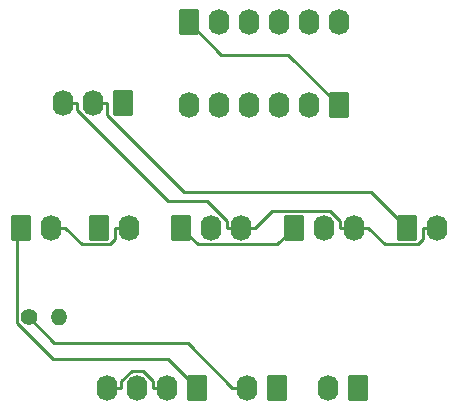
<source format=gbr>
G04 #@! TF.GenerationSoftware,KiCad,Pcbnew,(6.0.7-1)-1*
G04 #@! TF.CreationDate,2023-10-30T20:06:15+10:00*
G04 #@! TF.ProjectId,CONTROLLER_Radar Altimeter,434f4e54-524f-44c4-9c45-525f52616461,1*
G04 #@! TF.SameCoordinates,Original*
G04 #@! TF.FileFunction,Copper,L1,Top*
G04 #@! TF.FilePolarity,Positive*
%FSLAX46Y46*%
G04 Gerber Fmt 4.6, Leading zero omitted, Abs format (unit mm)*
G04 Created by KiCad (PCBNEW (6.0.7-1)-1) date 2023-10-30 20:06:15*
%MOMM*%
%LPD*%
G01*
G04 APERTURE LIST*
G04 Aperture macros list*
%AMRoundRect*
0 Rectangle with rounded corners*
0 $1 Rounding radius*
0 $2 $3 $4 $5 $6 $7 $8 $9 X,Y pos of 4 corners*
0 Add a 4 corners polygon primitive as box body*
4,1,4,$2,$3,$4,$5,$6,$7,$8,$9,$2,$3,0*
0 Add four circle primitives for the rounded corners*
1,1,$1+$1,$2,$3*
1,1,$1+$1,$4,$5*
1,1,$1+$1,$6,$7*
1,1,$1+$1,$8,$9*
0 Add four rect primitives between the rounded corners*
20,1,$1+$1,$2,$3,$4,$5,0*
20,1,$1+$1,$4,$5,$6,$7,0*
20,1,$1+$1,$6,$7,$8,$9,0*
20,1,$1+$1,$8,$9,$2,$3,0*%
G04 Aperture macros list end*
G04 #@! TA.AperFunction,ComponentPad*
%ADD10RoundRect,0.250000X-0.620000X-0.845000X0.620000X-0.845000X0.620000X0.845000X-0.620000X0.845000X0*%
G04 #@! TD*
G04 #@! TA.AperFunction,ComponentPad*
%ADD11O,1.740000X2.190000*%
G04 #@! TD*
G04 #@! TA.AperFunction,ComponentPad*
%ADD12C,1.400000*%
G04 #@! TD*
G04 #@! TA.AperFunction,ComponentPad*
%ADD13O,1.400000X1.400000*%
G04 #@! TD*
G04 #@! TA.AperFunction,ComponentPad*
%ADD14RoundRect,0.250000X0.620000X0.845000X-0.620000X0.845000X-0.620000X-0.845000X0.620000X-0.845000X0*%
G04 #@! TD*
G04 #@! TA.AperFunction,Conductor*
%ADD15C,0.250000*%
G04 #@! TD*
G04 APERTURE END LIST*
D10*
X64660000Y-75210000D03*
D11*
X67200000Y-75210000D03*
D10*
X31990000Y-75210000D03*
D11*
X34530000Y-75210000D03*
D10*
X45520000Y-75210000D03*
D11*
X48060000Y-75210000D03*
X50600000Y-75210000D03*
D10*
X46160000Y-57830000D03*
D11*
X48700000Y-57830000D03*
X51240000Y-57830000D03*
X53780000Y-57830000D03*
X56320000Y-57830000D03*
X58860000Y-57830000D03*
D12*
X32660000Y-82810000D03*
D13*
X35200000Y-82810000D03*
D10*
X55070000Y-75230000D03*
D11*
X57610000Y-75230000D03*
X60150000Y-75230000D03*
D10*
X38610000Y-75210000D03*
D11*
X41150000Y-75210000D03*
D14*
X46900000Y-88810000D03*
D11*
X44360000Y-88810000D03*
X41820000Y-88810000D03*
X39280000Y-88810000D03*
D14*
X53610000Y-88760000D03*
D11*
X51070000Y-88760000D03*
D14*
X58860000Y-64830000D03*
D11*
X56320000Y-64830000D03*
X53780000Y-64830000D03*
X51240000Y-64830000D03*
X48700000Y-64830000D03*
X46160000Y-64830000D03*
D14*
X40600000Y-64680000D03*
D11*
X38060000Y-64680000D03*
X35520000Y-64680000D03*
D14*
X60490000Y-88790000D03*
D11*
X57950000Y-88790000D03*
D15*
X46944900Y-76634900D02*
X45520000Y-75210000D01*
X53665100Y-76634900D02*
X46944900Y-76634900D01*
X55070000Y-75230000D02*
X53665100Y-76634900D01*
X66004700Y-76181200D02*
X66004700Y-75210000D01*
X65549200Y-76636700D02*
X66004700Y-76181200D01*
X62752000Y-76636700D02*
X65549200Y-76636700D01*
X61345300Y-75230000D02*
X62752000Y-76636700D01*
X60150000Y-75230000D02*
X61345300Y-75230000D01*
X67200000Y-75210000D02*
X66004700Y-75210000D01*
X58954700Y-74632400D02*
X58954700Y-75230000D01*
X58109000Y-73786700D02*
X58954700Y-74632400D01*
X53218600Y-73786700D02*
X58109000Y-73786700D01*
X51795300Y-75210000D02*
X53218600Y-73786700D01*
X50600000Y-75210000D02*
X51795300Y-75210000D01*
X60150000Y-75230000D02*
X58954700Y-75230000D01*
X49404700Y-74612400D02*
X49404700Y-75210000D01*
X47751100Y-72958800D02*
X49404700Y-74612400D01*
X44396500Y-72958800D02*
X47751100Y-72958800D01*
X36715300Y-65277600D02*
X44396500Y-72958800D01*
X36715300Y-64680000D02*
X36715300Y-65277600D01*
X35520000Y-64680000D02*
X36715300Y-64680000D01*
X50600000Y-75210000D02*
X49404700Y-75210000D01*
X61623200Y-72173200D02*
X64660000Y-75210000D01*
X45777300Y-72173200D02*
X61623200Y-72173200D01*
X39255300Y-65651200D02*
X45777300Y-72173200D01*
X39255300Y-64680000D02*
X39255300Y-65651200D01*
X38060000Y-64680000D02*
X39255300Y-64680000D01*
X31624100Y-75575900D02*
X31990000Y-75210000D01*
X31624100Y-83292800D02*
X31624100Y-75575900D01*
X34646000Y-86314700D02*
X31624100Y-83292800D01*
X44404700Y-86314700D02*
X34646000Y-86314700D01*
X46900000Y-88810000D02*
X44404700Y-86314700D01*
X34806300Y-84956300D02*
X32660000Y-82810000D01*
X46071000Y-84956300D02*
X34806300Y-84956300D01*
X49874700Y-88760000D02*
X46071000Y-84956300D01*
X51070000Y-88760000D02*
X49874700Y-88760000D01*
X48921300Y-60591300D02*
X46160000Y-57830000D01*
X54621300Y-60591300D02*
X48921300Y-60591300D01*
X58860000Y-64830000D02*
X54621300Y-60591300D01*
X43164700Y-88212400D02*
X43164700Y-88810000D01*
X42306800Y-87354500D02*
X43164700Y-88212400D01*
X41333100Y-87354500D02*
X42306800Y-87354500D01*
X40475300Y-88212300D02*
X41333100Y-87354500D01*
X40475300Y-88810000D02*
X40475300Y-88212300D01*
X39280000Y-88810000D02*
X40475300Y-88810000D01*
X44360000Y-88810000D02*
X43164700Y-88810000D01*
X37148000Y-76632700D02*
X35725300Y-75210000D01*
X39503200Y-76632700D02*
X37148000Y-76632700D01*
X39954700Y-76181200D02*
X39503200Y-76632700D01*
X39954700Y-75210000D02*
X39954700Y-76181200D01*
X41150000Y-75210000D02*
X39954700Y-75210000D01*
X34530000Y-75210000D02*
X35725300Y-75210000D01*
M02*

</source>
